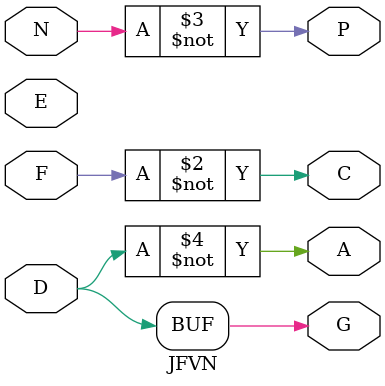
<source format=v>
module JFVN ( E, G, F, C, N, P, D, A );
//            T  U  T  U  T  U  T  U
  input E, F, N, D;
  output G, C, P, A;

  // CTDL high speed one way PNP two loads: C
  // Drawing 729866, production drawing 371577

  // Max delay usec
  //   turn on      0.25
  //   turn off     0.40

  assign G = ~A;
  assign C = ~F;
  assign P = ~N;
  assign A = ~D;

endmodule

</source>
